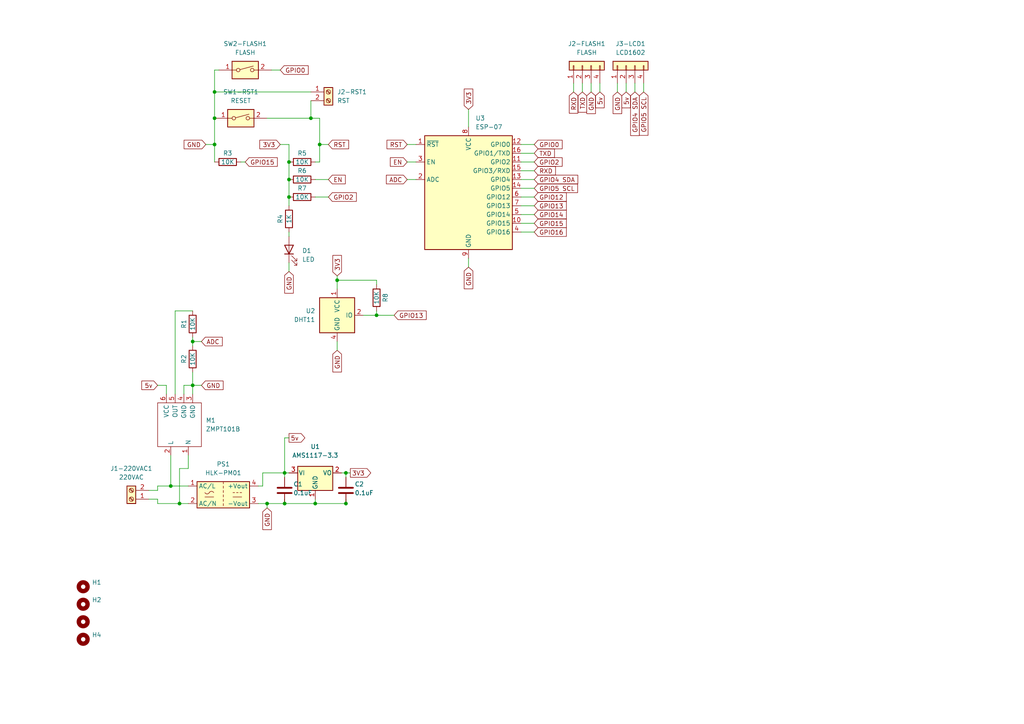
<source format=kicad_sch>
(kicad_sch (version 20211123) (generator eeschema)
  (paper "A4")
  (title_block (title "PLTS HYBRID MONITOR (ESP07 - LM358 - PZEM004)") (date "2022-06-26") (rev "0") (company "Bestariweb") (comment 1 "Perumahan Mulya Asri 2 Block G3/02") (comment 2 "Kel. Sukamulya, Cikupa, Tangerang") (comment 3 "Banten, Indonesia 15710") (comment 4 "Penerbitan Drawing"))
  (lib_symbols
    (symbol "Connector:Screw_Terminal_01x02" (pin_names (offset 1.016) hide)
      (property "Reference" "J" (at 0 2.54 0))
      (property "Value" "Screw_Terminal_01x02" (at 0 -5.08 0))
      (symbol "Screw_Terminal_01x02_1_1"
        (rectangle (start -1.27 1.27) (end 1.27 -3.81) (stroke (width 0.254)) (fill (type background)))
        (circle (center 0 -2.54) (radius 0.635) (stroke (width 0.1524)))
        (polyline (pts (xy -0.5334 -2.2098) (xy 0.3302 -3.048)) (stroke (width 0.1524)))
        (polyline (pts (xy -0.5334 0.3302) (xy 0.3302 -0.508)) (stroke (width 0.1524)))
        (polyline (pts (xy -0.3556 -2.032) (xy 0.508 -2.8702)) (stroke (width 0.1524)))
        (polyline (pts (xy -0.3556 0.508) (xy 0.508 -0.3302)) (stroke (width 0.1524)))
        (circle (center 0 0) (radius 0.635) (stroke (width 0.1524)))
        (pin passive line (at -5.08 0 0) (length 3.81) (name "Pin_1") (number "1"))
        (pin passive line (at -5.08 -2.54 0) (length 3.81) (name "Pin_2") (number "2"))
      )
    )
    (symbol "Connector_Generic:Conn_01x04" (pin_names (offset 1.016) hide)
      (property "Reference" "J" (at 0 5.08 0))
      (property "Value" "Conn_01x04" (at 0 -7.62 0))
      (symbol "Conn_01x04_1_1"
        (rectangle (start -1.27 -4.953) (end 0 -5.207) (stroke (width 0.1524)))
        (rectangle (start -1.27 -2.413) (end 0 -2.667) (stroke (width 0.1524)))
        (rectangle (start -1.27 0.127) (end 0 -0.127) (stroke (width 0.1524)))
        (rectangle (start -1.27 2.667) (end 0 2.413) (stroke (width 0.1524)))
        (rectangle (start -1.27 3.81) (end 1.27 -6.35) (stroke (width 0.254)) (fill (type background)))
        (pin passive line (at -5.08 2.54 0) (length 3.81) (name "Pin_1") (number "1"))
        (pin passive line (at -5.08 0 0) (length 3.81) (name "Pin_2") (number "2"))
        (pin passive line (at -5.08 -2.54 0) (length 3.81) (name "Pin_3") (number "3"))
        (pin passive line (at -5.08 -5.08 0) (length 3.81) (name "Pin_4") (number "4"))
      )
    )
    (symbol "Converter_ACDC:HLK-PM01"
      (property "Reference" "PS" (at 0 5.08 0))
      (property "Value" "HLK-PM01" (at 0 -5.08 0))
      (symbol "HLK-PM01_0_1"
        (rectangle (start -7.62 3.81) (end 7.62 -3.81) (stroke (width 0.254)) (fill (type background)))
        (arc (start -5.334 0.635) (mid -4.699 0.2495) (end -4.064 0.635))
        (arc (start -2.794 0.635) (mid -3.429 1.0072) (end -4.064 0.635))
        (polyline (pts (xy -5.334 -0.635) (xy -2.794 -0.635)))
        (polyline (pts (xy 0 -2.54) (xy 0 -3.175)))
        (polyline (pts (xy 0 -1.27) (xy 0 -1.905)))
        (polyline (pts (xy 0 0) (xy 0 -0.635)))
        (polyline (pts (xy 0 1.27) (xy 0 0.635)))
        (polyline (pts (xy 0 2.54) (xy 0 1.905)))
        (polyline (pts (xy 0 3.81) (xy 0 3.175)))
        (polyline (pts (xy 2.794 -0.635) (xy 5.334 -0.635)))
        (polyline (pts (xy 2.794 0.635) (xy 3.302 0.635)))
        (polyline (pts (xy 3.81 0.635) (xy 4.318 0.635)))
        (polyline (pts (xy 4.826 0.635) (xy 5.334 0.635)))
      )
      (symbol "HLK-PM01_1_1"
        (pin power_in line (at -10.16 2.54 0) (length 2.54) (name "AC/L") (number "1"))
        (pin power_in line (at -10.16 -2.54 0) (length 2.54) (name "AC/N") (number "2"))
        (pin power_out line (at 10.16 -2.54 180) (length 2.54) (name "-Vout") (number "3"))
        (pin power_out line (at 10.16 2.54 180) (length 2.54) (name "+Vout") (number "4"))
      )
    )
    (symbol "Device:C" (pin_numbers hide) (pin_names (offset 0.254))
      (property "Reference" "C" (at 0.635 2.54 0))
      (property "Value" "C" (at 0.635 -2.54 0))
      (symbol "C_0_1"
        (polyline (pts (xy -2.032 -0.762) (xy 2.032 -0.762)) (stroke (width 0.508)))
        (polyline (pts (xy -2.032 0.762) (xy 2.032 0.762)) (stroke (width 0.508)))
      )
      (symbol "C_1_1"
        (pin passive line (at 0 3.81 270) (length 2.794) (name "~") (number "1"))
        (pin passive line (at 0 -3.81 90) (length 2.794) (name "~") (number "2"))
      )
    )
    (symbol "Device:LED" (pin_numbers hide) (pin_names (offset 1.016) hide)
      (property "Reference" "D" (at 0 2.54 0))
      (property "Value" "LED" (at 0 -2.54 0))
      (symbol "LED_0_1"
        (polyline (pts (xy -1.27 -1.27) (xy -1.27 1.27)) (stroke (width 0.254)))
        (polyline (pts (xy -1.27 0) (xy 1.27 0)))
        (polyline (pts (xy 1.27 -1.27) (xy 1.27 1.27) (xy -1.27 0) (xy 1.27 -1.27)) (stroke (width 0.254)))
        (polyline (pts (xy -3.048 -0.762) (xy -4.572 -2.286) (xy -3.81 -2.286) (xy -4.572 -2.286) (xy -4.572 -1.524)))
        (polyline (pts (xy -1.778 -0.762) (xy -3.302 -2.286) (xy -2.54 -2.286) (xy -3.302 -2.286) (xy -3.302 -1.524)))
      )
      (symbol "LED_1_1"
        (pin passive line (at -3.81 0 0) (length 2.54) (name "K") (number "1"))
        (pin passive line (at 3.81 0 180) (length 2.54) (name "A") (number "2"))
      )
    )
    (symbol "Device:R" (pin_numbers hide) (pin_names (offset 0))
      (property "Reference" "R" (at 2.032 0 90))
      (property "Value" "R" (at 0 0 90))
      (symbol "R_0_1"
        (rectangle (start -1.016 -2.54) (end 1.016 2.54) (stroke (width 0.254)))
      )
      (symbol "R_1_1"
        (pin passive line (at 0 3.81 270) (length 1.27) (name "~") (number "1"))
        (pin passive line (at 0 -3.81 90) (length 1.27) (name "~") (number "2"))
      )
    )
    (symbol "Mechanical:MountingHole" (pin_names (offset 1.016))
      (property "Reference" "H" (at 0 5.08 0))
      (property "Value" "MountingHole" (at 0 3.175 0))
      (symbol "MountingHole_0_1"
        (circle (center 0 0) (radius 1.27) (stroke (width 1.27)))
      )
    )
    (symbol "RF_Module:ESP-07"
      (property "Reference" "U" (at -12.7 19.05 0))
      (property "Value" "ESP-07" (at 12.7 19.05 0))
      (symbol "ESP-07_0_1"
        (rectangle (start -12.7 17.78) (end 12.7 -15.24) (stroke (width 0.254)) (fill (type background)))
      )
      (symbol "ESP-07_1_1"
        (pin input line (at -15.24 15.24 0) (length 2.54) (name "~{RST}") (number "1"))
        (pin bidirectional line (at 15.24 -7.62 180) (length 2.54) (name "GPIO15") (number "10"))
        (pin bidirectional line (at 15.24 10.16 180) (length 2.54) (name "GPIO2") (number "11"))
        (pin bidirectional line (at 15.24 15.24 180) (length 2.54) (name "GPIO0") (number "12"))
        (pin bidirectional line (at 15.24 5.08 180) (length 2.54) (name "GPIO4") (number "13"))
        (pin bidirectional line (at 15.24 2.54 180) (length 2.54) (name "GPIO5") (number "14"))
        (pin bidirectional line (at 15.24 7.62 180) (length 2.54) (name "GPIO3/RXD") (number "15"))
        (pin bidirectional line (at 15.24 12.7 180) (length 2.54) (name "GPIO1/TXD") (number "16"))
        (pin input line (at -15.24 5.08 0) (length 2.54) (name "ADC") (number "2"))
        (pin input line (at -15.24 10.16 0) (length 2.54) (name "EN") (number "3"))
        (pin bidirectional line (at 15.24 -10.16 180) (length 2.54) (name "GPIO16") (number "4"))
        (pin bidirectional line (at 15.24 -5.08 180) (length 2.54) (name "GPIO14") (number "5"))
        (pin bidirectional line (at 15.24 0 180) (length 2.54) (name "GPIO12") (number "6"))
        (pin bidirectional line (at 15.24 -2.54 180) (length 2.54) (name "GPIO13") (number "7"))
        (pin power_in line (at 0 20.32 270) (length 2.54) (name "VCC") (number "8"))
        (pin power_in line (at 0 -17.78 90) (length 2.54) (name "GND") (number "9"))
      )
    )
    (symbol "Regulator_Linear:AMS1117-3.3" (pin_names (offset 0.254))
      (property "Reference" "U" (at -3.81 3.175 0))
      (property "Value" "AMS1117-3.3" (at 0 3.175 0))
      (symbol "AMS1117-3.3_0_1"
        (rectangle (start -5.08 -5.08) (end 5.08 1.905) (stroke (width 0.254)) (fill (type background)))
      )
      (symbol "AMS1117-3.3_1_1"
        (pin power_in line (at 0 -7.62 90) (length 2.54) (name "GND") (number "1"))
        (pin power_out line (at 7.62 0 180) (length 2.54) (name "VO") (number "2"))
        (pin power_in line (at -7.62 0 0) (length 2.54) (name "VI") (number "3"))
      )
    )
    (symbol "Sensor:DHT11"
      (property "Reference" "U" (at -3.81 6.35 0))
      (property "Value" "DHT11" (at 3.81 6.35 0))
      (symbol "DHT11_0_1"
        (rectangle (start -5.08 5.08) (end 5.08 -5.08) (stroke (width 0.254)) (fill (type background)))
      )
      (symbol "DHT11_1_1"
        (pin power_in line (at 0 7.62 270) (length 2.54) (name "VCC") (number "1"))
        (pin bidirectional line (at 7.62 0 180) (length 2.54) (name "IO") (number "2"))
        (pin no_connect line (at -5.08 0 0) (length 2.54) hide (name "NC") (number "3"))
        (pin power_in line (at 0 -7.62 90) (length 2.54) (name "GND") (number "4"))
      )
    )
    (symbol "Switch:SW_DIP_x01" (pin_names (offset 0) hide)
      (property "Reference" "SW" (at 0 3.81 0))
      (property "Value" "SW_DIP_x01" (at 0 -3.81 0))
      (symbol "SW_DIP_x01_0_0"
        (circle (center -2.032 0) (radius 0.508))
        (polyline (pts (xy -1.524 0.127) (xy 2.3622 1.1684)))
        (circle (center 2.032 0) (radius 0.508))
      )
      (symbol "SW_DIP_x01_0_1"
        (rectangle (start -3.81 2.54) (end 3.81 -2.54) (stroke (width 0.254)) (fill (type background)))
      )
      (symbol "SW_DIP_x01_1_1"
        (pin passive line (at -7.62 0 0) (length 5.08) (name "~") (number "1"))
        (pin passive line (at 7.62 0 180) (length 5.08) (name "~") (number "2"))
      )
    )
    (symbol "ioT_Modules:ZMPT101B"
      (property "Reference" "M" (at -1.27 10.16 0))
      (property "Value" "ZMPT101B" (at 0 7.62 0))
      (symbol "ZMPT101B_0_1"
        (rectangle (start -6.35 6.35) (end 6.35 -6.35))
      )
      (symbol "ZMPT101B_1_1"
        (pin input line (at -8.89 -2.54 0) (length 2.54) (name "N") (number "1"))
        (pin input line (at -8.89 2.54 0) (length 2.54) (name "L") (number "2"))
        (pin output line (at 8.89 -3.81 180) (length 2.54) (name "GND") (number "3"))
        (pin output line (at 8.89 -1.27 180) (length 2.54) (name "GND") (number "4"))
        (pin output line (at 8.89 1.27 180) (length 2.54) (name "OUT") (number "5"))
        (pin output line (at 8.89 3.81 180) (length 2.54) (name "VCC") (number "6"))
      )
    )
  )
  (junction (at 109.22 91.44))
  (junction (at 82.55 137.16))
  (junction (at 49.53 140.97))
  (junction (at 62.23 34.29))
  (junction (at 82.55 146.05))
  (junction (at 100.33 146.05))
  (junction (at 83.82 46.99))
  (junction (at 52.07 146.05))
  (junction (at 97.79 81.28))
  (junction (at 77.47 146.05))
  (junction (at 55.88 111.76))
  (junction (at 90.17 34.29))
  (junction (at 100.33 137.16))
  (junction (at 62.23 26.67))
  (junction (at 83.82 57.15))
  (junction (at 92.71 41.91))
  (junction (at 91.44 146.05))
  (junction (at 83.82 52.07))
  (junction (at 55.88 99.06))
  (junction (at 62.23 41.91))
  (wire (pts (xy 76.2 137.16) (xy 82.55 137.16)))
  (wire (pts (xy 184.15 24.13) (xy 184.15 26.67)))
  (wire (pts (xy 69.85 46.99) (xy 71.12 46.99)))
  (wire (pts (xy 62.23 34.29) (xy 62.23 41.91)))
  (wire (pts (xy 83.82 46.99) (xy 83.82 52.07)))
  (wire (pts (xy 97.79 99.06) (xy 97.79 101.6)))
  (wire (pts (xy 109.22 82.55) (xy 109.22 81.28)))
  (wire (pts (xy 81.28 41.91) (xy 83.82 41.91)))
  (wire (pts (xy 45.72 142.24) (xy 45.72 140.97)))
  (wire (pts (xy 55.88 90.17) (xy 50.8 90.17)))
  (wire (pts (xy 151.13 67.31) (xy 154.94 67.31)))
  (wire (pts (xy 62.23 26.67) (xy 90.17 26.67)))
  (wire (pts (xy 49.53 140.97) (xy 54.61 140.97)))
  (wire (pts (xy 173.99 24.13) (xy 173.99 26.67)))
  (wire (pts (xy 135.89 31.75) (xy 135.89 36.83)))
  (wire (pts (xy 43.18 144.78) (xy 45.72 144.78)))
  (wire (pts (xy 53.34 111.76) (xy 55.88 111.76)))
  (wire (pts (xy 135.89 74.93) (xy 135.89 77.47)))
  (wire (pts (xy 45.72 144.78) (xy 45.72 146.05)))
  (wire (pts (xy 118.11 46.99) (xy 120.65 46.99)))
  (wire (pts (xy 91.44 146.05) (xy 100.33 146.05)))
  (wire (pts (xy 43.18 142.24) (xy 45.72 142.24)))
  (wire (pts (xy 90.17 29.21) (xy 90.17 34.29)))
  (wire (pts (xy 151.13 49.53) (xy 154.94 49.53)))
  (wire (pts (xy 54.61 132.08) (xy 54.61 135.89)))
  (wire (pts (xy 118.11 41.91) (xy 120.65 41.91)))
  (wire (pts (xy 166.37 24.13) (xy 166.37 26.67)))
  (wire (pts (xy 50.8 90.17) (xy 50.8 114.3)))
  (wire (pts (xy 91.44 57.15) (xy 95.25 57.15)))
  (wire (pts (xy 97.79 81.28) (xy 97.79 83.82)))
  (wire (pts (xy 151.13 64.77) (xy 154.94 64.77)))
  (wire (pts (xy 53.34 114.3) (xy 53.34 111.76)))
  (wire (pts (xy 83.82 76.2) (xy 83.82 78.74)))
  (wire (pts (xy 118.11 52.07) (xy 120.65 52.07)))
  (wire (pts (xy 52.07 135.89) (xy 54.61 135.89)))
  (wire (pts (xy 151.13 44.45) (xy 154.94 44.45)))
  (wire (pts (xy 55.88 97.79) (xy 55.88 99.06)))
  (wire (pts (xy 181.61 24.13) (xy 181.61 26.67)))
  (wire (pts (xy 151.13 54.61) (xy 154.94 54.61)))
  (wire (pts (xy 91.44 52.07) (xy 95.25 52.07)))
  (wire (pts (xy 83.82 52.07) (xy 83.82 57.15)))
  (wire (pts (xy 105.41 91.44) (xy 109.22 91.44)))
  (wire (pts (xy 82.55 144.78) (xy 82.55 146.05)))
  (wire (pts (xy 83.82 41.91) (xy 83.82 46.99)))
  (wire (pts (xy 109.22 91.44) (xy 109.22 90.17)))
  (wire (pts (xy 77.47 146.05) (xy 77.47 147.32)))
  (wire (pts (xy 55.88 99.06) (xy 55.88 100.33)))
  (wire (pts (xy 49.53 132.08) (xy 49.53 140.97)))
  (wire (pts (xy 52.07 146.05) (xy 54.61 146.05)))
  (wire (pts (xy 97.79 81.28) (xy 109.22 81.28)))
  (wire (pts (xy 186.69 24.13) (xy 186.69 26.67)))
  (wire (pts (xy 55.88 99.06) (xy 58.42 99.06)))
  (wire (pts (xy 76.2 140.97) (xy 76.2 137.16)))
  (wire (pts (xy 45.72 140.97) (xy 49.53 140.97)))
  (wire (pts (xy 91.44 46.99) (xy 92.71 46.99)))
  (wire (pts (xy 92.71 34.29) (xy 92.71 41.91)))
  (wire (pts (xy 151.13 62.23) (xy 154.94 62.23)))
  (wire (pts (xy 62.23 34.29) (xy 62.23 26.67)))
  (wire (pts (xy 100.33 137.16) (xy 100.33 138.43)))
  (wire (pts (xy 151.13 57.15) (xy 154.94 57.15)))
  (wire (pts (xy 151.13 52.07) (xy 154.94 52.07)))
  (wire (pts (xy 92.71 41.91) (xy 92.71 46.99)))
  (wire (pts (xy 82.55 137.16) (xy 82.55 138.43)))
  (wire (pts (xy 74.93 146.05) (xy 77.47 146.05)))
  (wire (pts (xy 45.72 111.76) (xy 48.26 111.76)))
  (wire (pts (xy 62.23 20.32) (xy 63.5 20.32)))
  (wire (pts (xy 55.88 111.76) (xy 55.88 114.3)))
  (wire (pts (xy 52.07 146.05) (xy 52.07 135.89)))
  (wire (pts (xy 92.71 34.29) (xy 90.17 34.29)))
  (wire (pts (xy 100.33 137.16) (xy 101.6 137.16)))
  (wire (pts (xy 151.13 46.99) (xy 154.94 46.99)))
  (wire (pts (xy 74.93 140.97) (xy 76.2 140.97)))
  (wire (pts (xy 48.26 111.76) (xy 48.26 114.3)))
  (wire (pts (xy 55.88 111.76) (xy 58.42 111.76)))
  (wire (pts (xy 171.45 24.13) (xy 171.45 26.67)))
  (wire (pts (xy 59.69 41.91) (xy 62.23 41.91)))
  (wire (pts (xy 82.55 127) (xy 82.55 137.16)))
  (wire (pts (xy 179.07 24.13) (xy 179.07 26.67)))
  (wire (pts (xy 45.72 146.05) (xy 52.07 146.05)))
  (wire (pts (xy 78.74 20.32) (xy 81.28 20.32)))
  (wire (pts (xy 91.44 144.78) (xy 91.44 146.05)))
  (wire (pts (xy 83.82 67.31) (xy 83.82 68.58)))
  (wire (pts (xy 82.55 137.16) (xy 83.82 137.16)))
  (wire (pts (xy 62.23 26.67) (xy 62.23 20.32)))
  (wire (pts (xy 100.33 144.78) (xy 100.33 146.05)))
  (wire (pts (xy 109.22 91.44) (xy 114.3 91.44)))
  (wire (pts (xy 151.13 59.69) (xy 154.94 59.69)))
  (wire (pts (xy 97.79 80.01) (xy 97.79 81.28)))
  (wire (pts (xy 90.17 34.29) (xy 77.47 34.29)))
  (wire (pts (xy 151.13 41.91) (xy 154.94 41.91)))
  (wire (pts (xy 91.44 146.05) (xy 82.55 146.05)))
  (wire (pts (xy 83.82 127) (xy 82.55 127)))
  (wire (pts (xy 168.91 24.13) (xy 168.91 26.67)))
  (wire (pts (xy 55.88 107.95) (xy 55.88 111.76)))
  (wire (pts (xy 99.06 137.16) (xy 100.33 137.16)))
  (wire (pts (xy 92.71 41.91) (xy 95.25 41.91)))
  (wire (pts (xy 62.23 41.91) (xy 62.23 46.99)))
  (wire (pts (xy 77.47 146.05) (xy 82.55 146.05)))
  (wire (pts (xy 83.82 57.15) (xy 83.82 59.69)))
  (global_label "GND" (shape input) (at 83.82 78.74 270) (property "Intersheet References" "${INTERSHEET_REFS}" (effects hide)))
  (global_label "GND" (shape input) (at 58.42 111.76 0) (property "Intersheet References" "${INTERSHEET_REFS}" (effects hide)))
  (global_label "GPIO0" (shape input) (at 154.94 41.91 0) (property "Intersheet References" "${INTERSHEET_REFS}" (effects hide)))
  (global_label "ADC" (shape input) (at 58.42 99.06 0) (property "Intersheet References" "${INTERSHEET_REFS}" (effects hide)))
  (global_label "RXD" (shape input) (at 154.94 49.53 0) (property "Intersheet References" "${INTERSHEET_REFS}" (effects hide)))
  (global_label "GPIO4 SDA" (shape input) (at 184.15 26.67 270) (property "Intersheet References" "${INTERSHEET_REFS}" (effects hide)))
  (global_label "GPIO5 SCL" (shape input) (at 154.94 54.61 0) (property "Intersheet References" "${INTERSHEET_REFS}" (effects hide)))
  (global_label "GND" (shape input) (at 77.47 147.32 270) (property "Intersheet References" "${INTERSHEET_REFS}" (effects hide)))
  (global_label "5v" (shape output) (at 83.82 127 0) (property "Intersheet References" "${INTERSHEET_REFS}" (effects hide)))
  (global_label "GND" (shape input) (at 135.89 77.47 270) (property "Intersheet References" "${INTERSHEET_REFS}" (effects hide)))
  (global_label "5v" (shape input) (at 173.99 26.67 270) (property "Intersheet References" "${INTERSHEET_REFS}" (effects hide)))
  (global_label "EN" (shape input) (at 95.25 52.07 0) (property "Intersheet References" "${INTERSHEET_REFS}" (effects hide)))
  (global_label "GPIO0" (shape input) (at 81.28 20.32 0) (property "Intersheet References" "${INTERSHEET_REFS}" (effects hide)))
  (global_label "3V3" (shape input) (at 97.79 80.01 90) (property "Intersheet References" "${INTERSHEET_REFS}" (effects hide)))
  (global_label "GPIO13" (shape input) (at 154.94 59.69 0) (property "Intersheet References" "${INTERSHEET_REFS}" (effects hide)))
  (global_label "GPIO2" (shape input) (at 95.25 57.15 0) (property "Intersheet References" "${INTERSHEET_REFS}" (effects hide)))
  (global_label "GPIO16" (shape input) (at 154.94 67.31 0) (property "Intersheet References" "${INTERSHEET_REFS}" (effects hide)))
  (global_label "GND" (shape input) (at 97.79 101.6 270) (property "Intersheet References" "${INTERSHEET_REFS}" (effects hide)))
  (global_label "GPIO4 SDA" (shape input) (at 154.94 52.07 0) (property "Intersheet References" "${INTERSHEET_REFS}" (effects hide)))
  (global_label "GND" (shape input) (at 171.45 26.67 270) (property "Intersheet References" "${INTERSHEET_REFS}" (effects hide)))
  (global_label "RXD" (shape input) (at 166.37 26.67 270) (property "Intersheet References" "${INTERSHEET_REFS}" (effects hide)))
  (global_label "GPIO12" (shape input) (at 154.94 57.15 0) (property "Intersheet References" "${INTERSHEET_REFS}" (effects hide)))
  (global_label "GPIO15" (shape input) (at 71.12 46.99 0) (property "Intersheet References" "${INTERSHEET_REFS}" (effects hide)))
  (global_label "3V3" (shape input) (at 81.28 41.91 180) (property "Intersheet References" "${INTERSHEET_REFS}" (effects hide)))
  (global_label "3V3" (shape output) (at 101.6 137.16 0) (property "Intersheet References" "${INTERSHEET_REFS}" (effects hide)))
  (global_label "3V3" (shape input) (at 135.89 31.75 90) (property "Intersheet References" "${INTERSHEET_REFS}" (effects hide)))
  (global_label "GPIO14" (shape input) (at 154.94 62.23 0) (property "Intersheet References" "${INTERSHEET_REFS}" (effects hide)))
  (global_label "GPIO13" (shape input) (at 114.3 91.44 0) (property "Intersheet References" "${INTERSHEET_REFS}" (effects hide)))
  (global_label "GPIO5 SCL" (shape input) (at 186.69 26.67 270) (property "Intersheet References" "${INTERSHEET_REFS}" (effects hide)))
  (global_label "5v" (shape input) (at 45.72 111.76 180) (property "Intersheet References" "${INTERSHEET_REFS}" (effects hide)))
  (global_label "TXD" (shape input) (at 154.94 44.45 0) (property "Intersheet References" "${INTERSHEET_REFS}" (effects hide)))
  (global_label "GND" (shape input) (at 59.69 41.91 180) (property "Intersheet References" "${INTERSHEET_REFS}" (effects hide)))
  (global_label "GPIO2" (shape input) (at 154.94 46.99 0) (property "Intersheet References" "${INTERSHEET_REFS}" (effects hide)))
  (global_label "5v" (shape input) (at 181.61 26.67 270) (property "Intersheet References" "${INTERSHEET_REFS}" (effects hide)))
  (global_label "ADC" (shape input) (at 118.11 52.07 180) (property "Intersheet References" "${INTERSHEET_REFS}" (effects hide)))
  (global_label "RST" (shape input) (at 118.11 41.91 180) (property "Intersheet References" "${INTERSHEET_REFS}" (effects hide)))
  (global_label "GPIO15" (shape input) (at 154.94 64.77 0) (property "Intersheet References" "${INTERSHEET_REFS}" (effects hide)))
  (global_label "RST" (shape input) (at 95.25 41.91 0) (property "Intersheet References" "${INTERSHEET_REFS}" (effects hide)))
  (global_label "EN" (shape input) (at 118.11 46.99 180) (property "Intersheet References" "${INTERSHEET_REFS}" (effects hide)))
  (global_label "TXD" (shape input) (at 168.91 26.67 270) (property "Intersheet References" "${INTERSHEET_REFS}" (effects hide)))
  (global_label "GND" (shape input) (at 179.07 26.67 270) (property "Intersheet References" "${INTERSHEET_REFS}" (effects hide)))
  (symbol (lib_id "Device:R") (at 66.04 46.99 90) (unit 1)
    (property "Reference" "R3" (at 66.04 44.45 90))
    (property "Value" "10K" (at 66.04 46.99 90))
    (property "Footprint" "Resistor_SMD:R_1206_3216Metric_Pad1.30x1.75mm_HandSolder" (effects hide))
  )
  (symbol (lib_id "Mechanical:MountingHole") (at 24.13 175.26 0) (unit 1)
    (property "Reference" "H2" (at 26.67 173.9899 0) (effects (justify left)))
    (property "Value" " " (at 26.67 176.5299 0) (effects (justify left)))
    (property "Footprint" "MountingHole:MountingHole_3.2mm_M3_ISO14580_Pad" (effects hide))
  )
  (symbol (lib_id "Mechanical:MountingHole") (at 24.13 185.42 0) (unit 1)
    (property "Reference" "H4" (at 26.67 184.1499 0) (effects (justify left)))
    (property "Value" " " (at 26.67 186.6899 0) (effects (justify left)))
    (property "Footprint" "MountingHole:MountingHole_3.2mm_M3_ISO14580_Pad" (effects hide))
  )
  (symbol (lib_id "Sensor:DHT11") (at 97.79 91.44 0) (unit 1)
    (property "Reference" "U2" (at 91.44 90.1699 0) (effects (justify right)))
    (property "Value" "DHT11" (at 91.44 92.7099 0) (effects (justify right)))
    (property "Footprint" "Sensor:Aosong_DHT11_5.5x12.0_P2.54mm" (effects hide))
    (property "Datasheet" "http://akizukidenshi.com/download/ds/aosong/DHT11.pdf" (effects hide))
  )
  (symbol (lib_id "Device:R") (at 87.63 57.15 90) (unit 1)
    (property "Reference" "R7" (at 87.63 54.61 90))
    (property "Value" "10K" (at 87.63 57.15 90))
    (property "Footprint" "Resistor_SMD:R_1206_3216Metric_Pad1.30x1.75mm_HandSolder" (effects hide))
  )
  (symbol (lib_id "Connector_Generic:Conn_01x04") (at 181.61 19.05 90) (unit 1)
    (property "Reference" "J3-LCD1" (at 182.88 12.7 90))
    (property "Value" "LCD1602" (at 182.88 15.24 90))
    (property "Footprint" "Connector_PinHeader_2.54mm:PinHeader_1x04_P2.54mm_Vertical" (effects hide))
  )
  (symbol (lib_id "Mechanical:MountingHole") (at 24.13 170.18 0) (unit 1)
    (property "Reference" "H1" (at 26.67 168.9099 0) (effects (justify left)))
    (property "Value" " " (at 26.67 171.4499 0) (effects (justify left)))
    (property "Footprint" "MountingHole:MountingHole_3.2mm_M3_ISO14580_Pad" (effects hide))
  )
  (symbol (lib_id "Converter_ACDC:HLK-PM01") (at 64.77 143.51 0) (unit 1)
    (property "Reference" "PS1" (at 64.77 134.62 0))
    (property "Value" "HLK-PM01" (at 64.77 137.16 0))
    (property "Footprint" "Converter_ACDC:Converter_ACDC_HiLink_HLK-PMxx" (effects hide))
    (property "Datasheet" "http://www.hlktech.net/product_detail.php?ProId=54" (effects hide))
  )
  (symbol (lib_id "Device:R") (at 109.22 86.36 0) (unit 1)
    (property "Reference" "R8" (at 111.76 86.36 90))
    (property "Value" "10K" (at 109.22 86.36 90))
    (property "Footprint" "Resistor_SMD:R_1206_3216Metric_Pad1.30x1.75mm_HandSolder" (effects hide))
  )
  (symbol (lib_id "Device:R") (at 87.63 52.07 90) (unit 1)
    (property "Reference" "R6" (at 87.63 49.53 90))
    (property "Value" "10K" (at 87.63 52.07 90))
    (property "Footprint" "Resistor_SMD:R_1206_3216Metric_Pad1.30x1.75mm_HandSolder" (effects hide))
  )
  (symbol (lib_id "Connector:Screw_Terminal_01x02") (at 95.25 26.67 0) (unit 1)
    (property "Reference" "J2-RST1" (at 97.79 26.6699 0) (effects (justify left)))
    (property "Value" "RST" (at 97.79 29.2099 0) (effects (justify left)))
    (property "Footprint" "TerminalBlock_Phoenix:TerminalBlock_Phoenix_PT-1,5-2-3.5-H_1x02_P3.50mm_Horizontal" (effects hide))
  )
  (symbol (lib_id "Device:LED") (at 83.82 72.39 90) (unit 1)
    (property "Reference" "D1" (at 87.63 72.7074 90) (effects (justify right)))
    (property "Value" "LED" (at 87.63 75.2474 90) (effects (justify right)))
    (property "Footprint" "LED_THT:LED_D3.0mm_Clear" (effects hide))
  )
  (symbol (lib_id "Device:C") (at 100.33 142.24 0) (unit 1)
    (property "Reference" "C2" (at 102.87 140.4238 0) (effects (justify left)))
    (property "Value" "0.1uF" (at 102.87 142.9638 0) (effects (justify left)))
    (property "Footprint" "Capacitor_SMD:C_1210_3225Metric" (effects hide))
  )
  (symbol (lib_id "Device:R") (at 55.88 93.98 180) (unit 1)
    (property "Reference" "R1" (at 53.34 93.98 90))
    (property "Value" "10K" (at 55.88 93.98 90))
    (property "Footprint" "Resistor_SMD:R_1206_3216Metric_Pad1.30x1.75mm_HandSolder" (effects hide))
  )
  (symbol (lib_id "RF_Module:ESP-07") (at 135.89 57.15 0) (unit 1)
    (property "Reference" "U3" (at 137.9094 34.29 0) (effects (justify left)))
    (property "Value" "ESP-07" (at 137.9094 36.83 0) (effects (justify left)))
    (property "Footprint" "RF_Module:ESP-07" (effects hide))
    (property "Datasheet" "http://wiki.ai-thinker.com/_media/esp8266/esp8266_series_modules_user_manual_v1.1.pdf" (effects hide))
  )
  (symbol (lib_id "Regulator_Linear:AMS1117-3.3") (at 91.44 137.16 0) (unit 1)
    (property "Reference" "U1" (at 91.44 129.54 0))
    (property "Value" "AMS1117-3.3" (at 91.44 132.08 0))
    (property "Footprint" "Package_TO_SOT_SMD:SOT-223-3_TabPin2" (effects hide))
    (property "Datasheet" "http://www.advanced-monolithic.com/pdf/ds1117.pdf" (effects hide))
  )
  (symbol (lib_id "ioT_Modules:ZMPT101B") (at 52.07 123.19 90) (unit 1)
    (property "Reference" "M1" (at 59.69 121.9199 90) (effects (justify right)))
    (property "Value" "ZMPT101B" (at 59.69 124.4599 90) (effects (justify right)))
    (property "Footprint" "Module:ZMPT101B_Module" (effects hide))
  )
  (symbol (lib_id "Connector:Screw_Terminal_01x02") (at 38.1 144.78 180) (unit 1)
    (property "Reference" "J1-220VAC1" (at 38.1 135.89 0))
    (property "Value" "220VAC" (at 38.1 138.43 0))
    (property "Footprint" "TerminalBlock_Phoenix:TerminalBlock_Phoenix_MKDS-1,5-2_1x02_P5.00mm_Horizontal" (effects hide))
  )
  (symbol (lib_id "Switch:SW_DIP_x01") (at 71.12 20.32 0) (unit 1)
    (property "Reference" "SW2-FLASH1" (at 71.12 12.7 0))
    (property "Value" "FLASH" (at 71.12 15.24 0))
    (property "Footprint" "Button_Switch_THT:SW_PUSH_6mm_H7.3mm" (effects hide))
  )
  (symbol (lib_id "Connector_Generic:Conn_01x04") (at 168.91 19.05 90) (unit 1)
    (property "Reference" "J2-FLASH1" (at 170.18 12.7 90))
    (property "Value" "FLASH" (at 170.18 15.24 90))
    (property "Footprint" "Connector_PinHeader_2.54mm:PinHeader_1x04_P2.54mm_Horizontal" (effects hide))
  )
  (symbol (lib_id "Switch:SW_DIP_x01") (at 69.85 34.29 0) (unit 1)
    (property "Reference" "SW1-RST1" (at 69.85 26.67 0))
    (property "Value" "RESET" (at 69.85 29.21 0))
    (property "Footprint" "Button_Switch_THT:SW_PUSH_6mm_H7.3mm" (effects hide))
  )
  (symbol (lib_id "Device:R") (at 87.63 46.99 90) (unit 1)
    (property "Reference" "R5" (at 87.63 44.45 90))
    (property "Value" "10K" (at 87.63 46.99 90))
    (property "Footprint" "Resistor_SMD:R_1206_3216Metric_Pad1.30x1.75mm_HandSolder" (effects hide))
  )
  (symbol (lib_id "Device:R") (at 55.88 104.14 180) (unit 1)
    (property "Reference" "R2" (at 53.34 104.14 90))
    (property "Value" "10K" (at 55.88 104.14 90))
    (property "Footprint" "Resistor_SMD:R_1206_3216Metric_Pad1.30x1.75mm_HandSolder" (effects hide))
  )
  (symbol (lib_id "Mechanical:MountingHole") (at 24.13 180.34 0) (unit 1)
    (property "Reference" "H3" (effects hide))
    (property "Value" " " (effects hide))
    (property "Footprint" "MountingHole:MountingHole_3.2mm_M3_ISO14580_Pad" (effects hide))
  )
  (symbol (lib_id "Device:C") (at 82.55 142.24 0) (unit 1)
    (property "Reference" "C1" (at 85.09 140.4238 0) (effects (justify left)))
    (property "Value" "0.1uF" (at 85.09 142.9638 0) (effects (justify left)))
    (property "Footprint" "Capacitor_SMD:C_1210_3225Metric" (effects hide))
  )
  (symbol (lib_id "Device:R") (at 83.82 63.5 180) (unit 1)
    (property "Reference" "R4" (at 81.28 63.5 90))
    (property "Value" "1K" (at 83.82 63.5 90))
    (property "Footprint" "Resistor_SMD:R_1206_3216Metric_Pad1.30x1.75mm_HandSolder" (effects hide))
  )
)
</source>
